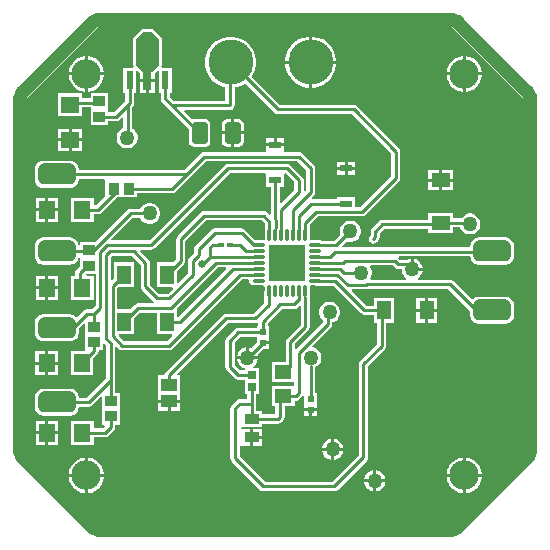
<source format=gtl>
G04*
G04 #@! TF.GenerationSoftware,Altium Limited,Altium Designer,22.2.1 (43)*
G04*
G04 Layer_Physical_Order=1*
G04 Layer_Color=255*
%FSLAX25Y25*%
%MOIN*%
G70*
G04*
G04 #@! TF.SameCoordinates,E3E267CE-3B28-4E7D-86E6-9DA55300F0EE*
G04*
G04*
G04 #@! TF.FilePolarity,Positive*
G04*
G01*
G75*
%ADD14C,0.01000*%
%ADD15C,0.04724*%
%ADD16R,0.02165X0.02165*%
%ADD17R,0.02254X0.02237*%
%ADD18R,0.05709X0.04724*%
%ADD19R,0.02559X0.02559*%
%ADD20R,0.02362X0.06299*%
%ADD21R,0.02756X0.05906*%
%ADD22R,0.03937X0.03543*%
%ADD23R,0.03543X0.03937*%
%ADD24R,0.12402X0.12402*%
%ADD25O,0.01181X0.04528*%
%ADD26O,0.04528X0.01181*%
%ADD27R,0.05512X0.05906*%
%ADD28R,0.01968X0.01772*%
%ADD29R,0.04724X0.06299*%
%ADD30R,0.05906X0.05512*%
G04:AMPARAMS|DCode=31|XSize=70.87mil|YSize=51.18mil|CornerRadius=5.12mil|HoleSize=0mil|Usage=FLASHONLY|Rotation=270.000|XOffset=0mil|YOffset=0mil|HoleType=Round|Shape=RoundedRectangle|*
%AMROUNDEDRECTD31*
21,1,0.07087,0.04095,0,0,270.0*
21,1,0.06063,0.05118,0,0,270.0*
1,1,0.01024,-0.02047,-0.03032*
1,1,0.01024,-0.02047,0.03032*
1,1,0.01024,0.02047,0.03032*
1,1,0.01024,0.02047,-0.03032*
%
%ADD31ROUNDEDRECTD31*%
%ADD32R,0.03937X0.02362*%
%ADD33R,0.06299X0.04724*%
%ADD34R,0.05118X0.03543*%
%ADD35R,0.05315X0.04331*%
G04:AMPARAMS|DCode=60|XSize=125mil|YSize=70mil|CornerRadius=17.5mil|HoleSize=0mil|Usage=FLASHONLY|Rotation=0.000|XOffset=0mil|YOffset=0mil|HoleType=Round|Shape=RoundedRectangle|*
%AMROUNDEDRECTD60*
21,1,0.12500,0.03500,0,0,0.0*
21,1,0.09000,0.07000,0,0,0.0*
1,1,0.03500,0.04500,-0.01750*
1,1,0.03500,-0.04500,-0.01750*
1,1,0.03500,-0.04500,0.01750*
1,1,0.03500,0.04500,0.01750*
%
%ADD60ROUNDEDRECTD60*%
%ADD61C,0.15000*%
%ADD62C,0.05000*%
%ADD63C,0.09843*%
%ADD64C,0.02500*%
%ADD65C,0.02165*%
G36*
X381900Y409400D02*
Y291300D01*
X358300Y267700D01*
X240000D01*
X216400Y291300D01*
Y409200D01*
X240300Y433100D01*
X358200D01*
X381900Y409400D01*
D02*
G37*
%LPC*%
G36*
X311861Y429760D02*
X311524D01*
Y421760D01*
X319524D01*
Y422097D01*
X319197Y423739D01*
X318556Y425286D01*
X317626Y426678D01*
X316442Y427862D01*
X315050Y428792D01*
X313503Y429433D01*
X311861Y429760D01*
D02*
G37*
G36*
X310524D02*
X310186D01*
X308544Y429433D01*
X306997Y428792D01*
X305605Y427862D01*
X304421Y426678D01*
X303491Y425286D01*
X302850Y423739D01*
X302524Y422097D01*
Y421760D01*
X310524D01*
Y429760D01*
D02*
G37*
G36*
X362788Y423244D02*
X362705D01*
Y417823D01*
X368126D01*
Y417906D01*
X367898Y419050D01*
X367452Y420128D01*
X366804Y421097D01*
X365979Y421922D01*
X365009Y422570D01*
X363932Y423017D01*
X362788Y423244D01*
D02*
G37*
G36*
X361705D02*
X361621D01*
X360478Y423017D01*
X359400Y422570D01*
X358430Y421922D01*
X357605Y421097D01*
X356957Y420128D01*
X356511Y419050D01*
X356283Y417906D01*
Y417823D01*
X361705D01*
Y423244D01*
D02*
G37*
G36*
X236804D02*
X236720D01*
Y417823D01*
X242142D01*
Y417906D01*
X241914Y419050D01*
X241468Y420128D01*
X240820Y421097D01*
X239995Y421922D01*
X239025Y422570D01*
X237948Y423017D01*
X236804Y423244D01*
D02*
G37*
G36*
X235720D02*
X235637D01*
X234493Y423017D01*
X233416Y422570D01*
X232446Y421922D01*
X231621Y421097D01*
X230973Y420128D01*
X230527Y419050D01*
X230299Y417906D01*
Y417823D01*
X235720D01*
Y423244D01*
D02*
G37*
G36*
X319524Y420760D02*
X311524D01*
Y412760D01*
X311861D01*
X313503Y413087D01*
X315050Y413727D01*
X316442Y414657D01*
X317626Y415841D01*
X318556Y417234D01*
X319197Y418781D01*
X319524Y420423D01*
Y420760D01*
D02*
G37*
G36*
X310524D02*
X302524D01*
Y420423D01*
X302850Y418781D01*
X303491Y417234D01*
X304421Y415841D01*
X305605Y414657D01*
X306997Y413727D01*
X308544Y413087D01*
X310186Y412760D01*
X310524D01*
Y420760D01*
D02*
G37*
G36*
X368126Y416823D02*
X362705D01*
Y411402D01*
X362788D01*
X363932Y411629D01*
X365009Y412076D01*
X365979Y412723D01*
X366804Y413548D01*
X367452Y414518D01*
X367898Y415596D01*
X368126Y416740D01*
Y416823D01*
D02*
G37*
G36*
X361705D02*
X356283D01*
Y416740D01*
X356511Y415596D01*
X356957Y414518D01*
X357605Y413548D01*
X358430Y412723D01*
X359400Y412076D01*
X360478Y411629D01*
X361621Y411402D01*
X361705D01*
Y416823D01*
D02*
G37*
G36*
X242142D02*
X236720D01*
Y411402D01*
X236804D01*
X237948Y411629D01*
X239025Y412076D01*
X239995Y412723D01*
X240820Y413548D01*
X241468Y414518D01*
X241914Y415596D01*
X242142Y416740D01*
Y416823D01*
D02*
G37*
G36*
X235720D02*
X230299D01*
Y416740D01*
X230527Y415596D01*
X230973Y414518D01*
X231621Y413548D01*
X232446Y412723D01*
X233416Y412076D01*
X234493Y411629D01*
X235637Y411402D01*
X235720D01*
Y416823D01*
D02*
G37*
G36*
X258978Y414507D02*
X257100D01*
Y411054D01*
X258978D01*
Y414507D01*
D02*
G37*
G36*
X256100D02*
X254222D01*
Y411054D01*
X256100D01*
Y414507D01*
D02*
G37*
G36*
X287087Y402211D02*
X285539D01*
Y398138D01*
X288628D01*
Y400669D01*
X288511Y401259D01*
X288177Y401759D01*
X287677Y402093D01*
X287087Y402211D01*
D02*
G37*
G36*
X284539D02*
X282992D01*
X282402Y402093D01*
X281902Y401759D01*
X281568Y401259D01*
X281451Y400669D01*
Y398138D01*
X284539D01*
Y402211D01*
D02*
G37*
G36*
X234753Y399050D02*
X231300D01*
Y395795D01*
X234753D01*
Y399050D01*
D02*
G37*
G36*
X230300D02*
X226847D01*
Y395795D01*
X230300D01*
Y399050D01*
D02*
G37*
G36*
X302181Y395882D02*
X299713D01*
Y394201D01*
X302181D01*
Y395882D01*
D02*
G37*
G36*
X298713D02*
X296244D01*
Y394201D01*
X298713D01*
Y395882D01*
D02*
G37*
G36*
X288628Y397138D02*
X285539D01*
Y393065D01*
X287087D01*
X287677Y393182D01*
X288177Y393516D01*
X288511Y394016D01*
X288628Y394606D01*
Y397138D01*
D02*
G37*
G36*
X284539D02*
X281451D01*
Y394606D01*
X281568Y394016D01*
X281902Y393516D01*
X282402Y393182D01*
X282992Y393065D01*
X284539D01*
Y397138D01*
D02*
G37*
G36*
X234753Y394795D02*
X231300D01*
Y391539D01*
X234753D01*
Y394795D01*
D02*
G37*
G36*
X230300D02*
X226847D01*
Y391539D01*
X230300D01*
Y394795D01*
D02*
G37*
G36*
X325803Y388008D02*
X323335D01*
Y386327D01*
X325803D01*
Y388008D01*
D02*
G37*
G36*
X322335D02*
X319866D01*
Y386327D01*
X322335D01*
Y388008D01*
D02*
G37*
G36*
X325803Y385327D02*
X323335D01*
Y383646D01*
X325803D01*
Y385327D01*
D02*
G37*
G36*
X322335D02*
X319866D01*
Y383646D01*
X322335D01*
Y385327D01*
D02*
G37*
G36*
X358480Y385252D02*
X354831D01*
Y382390D01*
X358480D01*
Y385252D01*
D02*
G37*
G36*
X353831D02*
X350181D01*
Y382390D01*
X353831D01*
Y385252D01*
D02*
G37*
G36*
X358480Y381390D02*
X354831D01*
Y378528D01*
X358480D01*
Y381390D01*
D02*
G37*
G36*
X353831D02*
X350181D01*
Y378528D01*
X353831D01*
Y381390D01*
D02*
G37*
G36*
X257978Y432365D02*
X255222D01*
X254832Y432288D01*
X254501Y432067D01*
X252139Y429704D01*
X251918Y429374D01*
X251840Y428983D01*
Y420322D01*
X251918Y419932D01*
X251970Y419853D01*
X251703Y419353D01*
X248513D01*
Y411054D01*
X249165D01*
Y408218D01*
X248939Y407992D01*
X248908Y407971D01*
X245466Y404529D01*
X243568D01*
Y410931D01*
X237632D01*
Y409229D01*
X234753D01*
Y410861D01*
X226847D01*
Y403350D01*
X234753D01*
Y406171D01*
X237632D01*
Y400269D01*
X243568D01*
Y401471D01*
X246100D01*
X246685Y401587D01*
X247181Y401919D01*
X248009Y402746D01*
X248471Y402554D01*
Y399267D01*
X248449Y399261D01*
X247651Y398801D01*
X246999Y398149D01*
X246538Y397351D01*
X246300Y396461D01*
Y395539D01*
X246538Y394649D01*
X246999Y393851D01*
X247651Y393199D01*
X248449Y392739D01*
X249339Y392500D01*
X250261D01*
X251151Y392739D01*
X251949Y393199D01*
X252601Y393851D01*
X253062Y394649D01*
X253300Y395539D01*
Y396461D01*
X253062Y397351D01*
X252601Y398149D01*
X251949Y398801D01*
X251529Y399043D01*
Y406256D01*
X251776Y406503D01*
X252108Y406999D01*
X252224Y407584D01*
Y411054D01*
X252876D01*
Y418211D01*
X253338Y418402D01*
X254222Y417518D01*
Y415507D01*
X256600D01*
X258978D01*
Y417518D01*
X259862Y418402D01*
X260324Y418211D01*
Y411054D01*
X260976D01*
Y408994D01*
X261092Y408409D01*
X261424Y407913D01*
X263619Y405719D01*
X270427Y398910D01*
Y394606D01*
X270544Y394016D01*
X270879Y393516D01*
X271379Y393182D01*
X271969Y393065D01*
X276063D01*
X276653Y393182D01*
X277153Y393516D01*
X277487Y394016D01*
X277604Y394606D01*
Y400669D01*
X277487Y401259D01*
X277153Y401759D01*
X276653Y402093D01*
X276063Y402211D01*
X271969D01*
X271538Y402125D01*
X268854Y404809D01*
X269046Y405271D01*
X284100D01*
X284685Y405387D01*
X285181Y405719D01*
X285513Y406215D01*
X285629Y406800D01*
Y412798D01*
X286779Y413027D01*
X288326Y413667D01*
X289132Y414206D01*
X298907Y404430D01*
X299403Y404099D01*
X299988Y403982D01*
X324655D01*
X337821Y390816D01*
Y383184D01*
X327501Y372864D01*
X325803D01*
Y376197D01*
X319866D01*
Y375545D01*
X311486D01*
X311279Y376045D01*
X312105Y376871D01*
X312437Y377367D01*
X312553Y377953D01*
Y385827D01*
X312437Y386412D01*
X312105Y386908D01*
X308168Y390845D01*
X307672Y391177D01*
X307087Y391293D01*
X302587D01*
X302181Y391520D01*
X302181Y391793D01*
Y393201D01*
X299213D01*
X296244D01*
Y391793D01*
X296244Y391520D01*
X295838Y391293D01*
X275590D01*
X275005Y391177D01*
X274509Y390845D01*
X269052Y385388D01*
X233652D01*
Y385608D01*
X233557Y386326D01*
X233280Y386995D01*
X232839Y387570D01*
X232265Y388010D01*
X231596Y388287D01*
X230878Y388382D01*
X221878D01*
X221160Y388287D01*
X220491Y388010D01*
X219917Y387570D01*
X219476Y386995D01*
X219199Y386326D01*
X219104Y385608D01*
Y382108D01*
X219199Y381390D01*
X219476Y380721D01*
X219917Y380147D01*
X220491Y379706D01*
X221160Y379429D01*
X221878Y379334D01*
X230878D01*
X231596Y379429D01*
X232265Y379706D01*
X232839Y380147D01*
X233280Y380721D01*
X233557Y381390D01*
X233652Y382108D01*
Y382329D01*
X242109D01*
X242501Y382068D01*
Y376553D01*
X239524Y373577D01*
X238661D01*
Y375953D01*
X231150D01*
Y368047D01*
X238661D01*
Y370518D01*
X240158D01*
X240743Y370634D01*
X241239Y370966D01*
X246405Y376132D01*
X253162D01*
Y377471D01*
X264827D01*
X265412Y377587D01*
X265908Y377919D01*
X270766Y382777D01*
X276224Y388234D01*
X306453D01*
X309494Y385193D01*
Y378586D01*
X309116Y378208D01*
X308616Y378415D01*
Y381890D01*
X308500Y382475D01*
X308168Y382971D01*
X304231Y386908D01*
X303735Y387240D01*
X303150Y387356D01*
X283465D01*
X282879Y387240D01*
X282383Y386908D01*
X257272Y361797D01*
X244783D01*
X244592Y362259D01*
X251603Y369271D01*
X254141D01*
X254499Y368651D01*
X255151Y367999D01*
X255949Y367538D01*
X256839Y367300D01*
X257761D01*
X258651Y367538D01*
X259449Y367999D01*
X260101Y368651D01*
X260561Y369449D01*
X260800Y370339D01*
Y371261D01*
X260561Y372151D01*
X260101Y372949D01*
X259449Y373601D01*
X258651Y374061D01*
X257761Y374300D01*
X256839D01*
X255949Y374061D01*
X255151Y373601D01*
X254499Y372949D01*
X254141Y372329D01*
X250970D01*
X250385Y372213D01*
X249888Y371881D01*
X239238Y361231D01*
X234132D01*
Y360204D01*
X233631Y360171D01*
X233557Y360736D01*
X233280Y361405D01*
X232839Y361979D01*
X232265Y362420D01*
X231596Y362697D01*
X230878Y362791D01*
X221878D01*
X221160Y362697D01*
X220491Y362420D01*
X219917Y361979D01*
X219476Y361405D01*
X219199Y360736D01*
X219104Y360018D01*
Y356518D01*
X219199Y355800D01*
X219476Y355131D01*
X219917Y354556D01*
X220491Y354116D01*
X221160Y353838D01*
X221878Y353744D01*
X230878D01*
X231596Y353838D01*
X232265Y354116D01*
X232839Y354556D01*
X233280Y355131D01*
X233557Y355800D01*
X233631Y356364D01*
X234132Y356332D01*
Y353126D01*
X232919Y351913D01*
X232587Y351417D01*
X232471Y350832D01*
Y349953D01*
X231150D01*
Y342047D01*
X238661D01*
Y349953D01*
X236467D01*
X236199Y350453D01*
X236277Y350569D01*
X239371D01*
Y340034D01*
X238166Y338829D01*
X236300D01*
X235715Y338713D01*
X235219Y338381D01*
X233202Y336365D01*
X232839Y336388D01*
X232265Y336829D01*
X231596Y337106D01*
X230878Y337201D01*
X221878D01*
X221160Y337106D01*
X220491Y336829D01*
X219917Y336388D01*
X219476Y335814D01*
X219199Y335145D01*
X219104Y334427D01*
Y330927D01*
X219199Y330209D01*
X219476Y329540D01*
X219917Y328966D01*
X220491Y328525D01*
X221160Y328248D01*
X221878Y328153D01*
X230878D01*
X231596Y328248D01*
X232265Y328525D01*
X232839Y328966D01*
X233280Y329540D01*
X233557Y330209D01*
X233652Y330927D01*
Y332489D01*
X235370Y334207D01*
X235831Y334015D01*
Y330287D01*
Y325169D01*
X235463Y324853D01*
X231050D01*
Y316947D01*
X238561D01*
Y322493D01*
X239881Y323813D01*
X240213Y324309D01*
X240329Y324894D01*
Y325169D01*
X241769D01*
Y327336D01*
X242268Y327543D01*
X242771Y327041D01*
Y315800D01*
X236400Y309429D01*
X233674D01*
Y309650D01*
X233579Y310368D01*
X233302Y311037D01*
X232861Y311611D01*
X232287Y312052D01*
X231618Y312329D01*
X230900Y312424D01*
X221900D01*
X221182Y312329D01*
X220513Y312052D01*
X219939Y311611D01*
X219498Y311037D01*
X219221Y310368D01*
X219126Y309650D01*
Y306150D01*
X219221Y305432D01*
X219498Y304763D01*
X219939Y304189D01*
X220513Y303748D01*
X221182Y303471D01*
X221900Y303376D01*
X230900D01*
X231618Y303471D01*
X232287Y303748D01*
X232861Y304189D01*
X233302Y304763D01*
X233579Y305432D01*
X233674Y306150D01*
Y306371D01*
X237034D01*
X237619Y306487D01*
X238115Y306819D01*
X240970Y309673D01*
X241431Y309482D01*
Y305487D01*
Y300369D01*
X242199D01*
X242406Y299869D01*
X241767Y299229D01*
X238661D01*
Y301653D01*
X231150D01*
Y293747D01*
X238661D01*
Y296171D01*
X242400D01*
X242985Y296287D01*
X243481Y296619D01*
X245481Y298619D01*
X245813Y299115D01*
X245929Y299700D01*
Y300369D01*
X247369D01*
Y305487D01*
Y311031D01*
X245829D01*
Y326158D01*
X246291Y326349D01*
X246950Y325690D01*
X247446Y325359D01*
X248031Y325242D01*
X263779D01*
X264365Y325359D01*
X264861Y325690D01*
X288035Y348864D01*
X290099D01*
X290416Y348478D01*
X290406Y348425D01*
X290529Y347805D01*
X290881Y347278D01*
X291407Y346927D01*
X292028Y346803D01*
X295162D01*
X295461Y346642D01*
X295622Y346343D01*
Y345031D01*
X295593Y344882D01*
Y341063D01*
X291959Y337429D01*
X282800D01*
X282215Y337313D01*
X281719Y336981D01*
X262698Y317961D01*
X262367Y317465D01*
X262263Y316945D01*
X260122D01*
Y310614D01*
Y308768D01*
X263779D01*
X267437D01*
Y310614D01*
Y316945D01*
X266661D01*
X266470Y317407D01*
X283434Y334371D01*
X292593D01*
X293071Y334466D01*
X293500Y334232D01*
X293571Y334148D01*
Y333299D01*
X292973D01*
Y332710D01*
X286880D01*
X286295Y332593D01*
X285799Y332261D01*
X283019Y329481D01*
X282687Y328985D01*
X282571Y328400D01*
Y319600D01*
X282687Y319015D01*
X283019Y318519D01*
X285689Y315848D01*
X286186Y315516D01*
X286771Y315400D01*
X289059D01*
Y310713D01*
X289809D01*
Y308949D01*
X287419D01*
X286834Y308832D01*
X286338Y308501D01*
X284719Y306881D01*
X284387Y306385D01*
X284271Y305800D01*
Y289200D01*
X284387Y288615D01*
X284719Y288119D01*
X294069Y278769D01*
X294565Y278437D01*
X295150Y278321D01*
X318898D01*
X319483Y278437D01*
X319979Y278769D01*
X329660Y288450D01*
X329992Y288946D01*
X330108Y289531D01*
Y320071D01*
X335727Y325690D01*
X336059Y326186D01*
X336175Y326772D01*
Y334433D01*
X338795D01*
Y342732D01*
X332071D01*
Y340112D01*
X329509D01*
X324613Y345009D01*
X324804Y345471D01*
X329557D01*
X330142Y345587D01*
X330286Y345683D01*
X356879D01*
X364194Y338368D01*
Y336833D01*
X364288Y336115D01*
X364566Y335446D01*
X365006Y334871D01*
X365581Y334431D01*
X366250Y334154D01*
X366968Y334059D01*
X375968D01*
X376686Y334154D01*
X377355Y334431D01*
X377929Y334871D01*
X378370Y335446D01*
X378647Y336115D01*
X378741Y336833D01*
Y340333D01*
X378647Y341051D01*
X378370Y341720D01*
X377929Y342294D01*
X377355Y342735D01*
X376686Y343012D01*
X375968Y343106D01*
X366968D01*
X366250Y343012D01*
X365581Y342735D01*
X365006Y342294D01*
X364619Y342269D01*
X358594Y348294D01*
X358098Y348625D01*
X357512Y348742D01*
X346810D01*
X346676Y349242D01*
X346949Y349399D01*
X347601Y350051D01*
X348061Y350849D01*
X348289Y351700D01*
X344800D01*
Y352200D01*
X344300D01*
Y355690D01*
X343449Y355462D01*
X343215Y355326D01*
X343200Y355329D01*
X340833D01*
X340192Y355971D01*
X340329Y356408D01*
X340377Y356471D01*
X364200D01*
X364288Y355800D01*
X364566Y355131D01*
X365006Y354556D01*
X365581Y354116D01*
X366250Y353838D01*
X366968Y353744D01*
X375968D01*
X376686Y353838D01*
X377355Y354116D01*
X377929Y354556D01*
X378370Y355131D01*
X378647Y355800D01*
X378741Y356518D01*
Y360018D01*
X378647Y360736D01*
X378370Y361405D01*
X377929Y361979D01*
X377355Y362420D01*
X376686Y362697D01*
X375968Y362791D01*
X366968D01*
X366250Y362697D01*
X365581Y362420D01*
X365006Y361979D01*
X364566Y361405D01*
X364288Y360736D01*
X364194Y360018D01*
Y359529D01*
X321646D01*
X321454Y359991D01*
X323048Y361585D01*
X323739Y361400D01*
X324661D01*
X325551Y361638D01*
X326349Y362099D01*
X327001Y362751D01*
X327462Y363549D01*
X327700Y364439D01*
Y365361D01*
X327462Y366251D01*
X327001Y367049D01*
X326349Y367701D01*
X325551Y368162D01*
X324661Y368400D01*
X323739D01*
X322849Y368162D01*
X322051Y367701D01*
X321399Y367049D01*
X320938Y366251D01*
X320700Y365361D01*
Y364439D01*
X320885Y363748D01*
X318903Y361766D01*
X314736D01*
X314272Y361858D01*
X311137D01*
X310838Y362019D01*
X310677Y362318D01*
Y365453D01*
X310627Y365702D01*
X310707Y366100D01*
Y367044D01*
X313468Y369805D01*
X328135D01*
X328720Y369922D01*
X329216Y370253D01*
X340431Y381469D01*
X340763Y381965D01*
X340879Y382550D01*
Y391450D01*
X340763Y392035D01*
X340431Y392531D01*
X326370Y406593D01*
X325873Y406925D01*
X325288Y407041D01*
X300622D01*
X291295Y416368D01*
X291833Y417174D01*
X292473Y418721D01*
X292800Y420363D01*
Y422037D01*
X292473Y423679D01*
X291833Y425226D01*
X290902Y426618D01*
X289718Y427802D01*
X288326Y428733D01*
X286779Y429373D01*
X285137Y429700D01*
X283463D01*
X281821Y429373D01*
X280274Y428733D01*
X278882Y427802D01*
X277698Y426618D01*
X276767Y425226D01*
X276127Y423679D01*
X275800Y422037D01*
Y420363D01*
X276127Y418721D01*
X276767Y417174D01*
X277698Y415782D01*
X278882Y414598D01*
X280274Y413667D01*
X281821Y413027D01*
X282571Y412878D01*
Y408329D01*
X265334D01*
X264035Y409628D01*
Y411054D01*
X264687D01*
Y419353D01*
X261497D01*
X261230Y419853D01*
X261282Y419932D01*
X261360Y420322D01*
Y428983D01*
X261282Y429374D01*
X261061Y429704D01*
X258699Y432067D01*
X258368Y432288D01*
X257978Y432365D01*
D02*
G37*
G36*
X226850Y375953D02*
X223594D01*
Y372500D01*
X226850D01*
Y375953D01*
D02*
G37*
G36*
X222594D02*
X219339D01*
Y372500D01*
X222594D01*
Y375953D01*
D02*
G37*
G36*
X226850Y371500D02*
X223594D01*
Y368047D01*
X226850D01*
Y371500D01*
D02*
G37*
G36*
X222594D02*
X219339D01*
Y368047D01*
X222594D01*
Y371500D01*
D02*
G37*
G36*
X358480Y371079D02*
X350181D01*
Y368729D01*
X334900D01*
X334315Y368613D01*
X333819Y368281D01*
X331968Y366431D01*
X331915Y366420D01*
X331419Y366089D01*
X331087Y365593D01*
X330971Y365007D01*
Y363448D01*
X330808Y363286D01*
X330477Y362790D01*
X330360Y362205D01*
X330477Y361619D01*
X330808Y361123D01*
X331305Y360792D01*
X331890Y360675D01*
X332475Y360792D01*
X332971Y361123D01*
X333581Y361734D01*
X333913Y362230D01*
X334029Y362815D01*
Y364166D01*
X335533Y365671D01*
X350181D01*
Y364354D01*
X358480D01*
Y366187D01*
X360775D01*
X360839Y365949D01*
X361299Y365151D01*
X361951Y364499D01*
X362749Y364038D01*
X363639Y363800D01*
X364561D01*
X365451Y364038D01*
X366249Y364499D01*
X366901Y365151D01*
X367361Y365949D01*
X367600Y366839D01*
Y367761D01*
X367361Y368651D01*
X366901Y369449D01*
X366249Y370101D01*
X365451Y370562D01*
X364561Y370800D01*
X363639D01*
X362749Y370562D01*
X361951Y370101D01*
X361299Y369449D01*
X361182Y369246D01*
X358480D01*
Y371079D01*
D02*
G37*
G36*
X345300Y355690D02*
Y352700D01*
X348289D01*
X348061Y353551D01*
X347601Y354349D01*
X346949Y355001D01*
X346151Y355462D01*
X345300Y355690D01*
D02*
G37*
G36*
X226850Y349953D02*
X223594D01*
Y346500D01*
X226850D01*
Y349953D01*
D02*
G37*
G36*
X222594D02*
X219339D01*
Y346500D01*
X222594D01*
Y349953D01*
D02*
G37*
G36*
X226850Y345500D02*
X223594D01*
Y342047D01*
X226850D01*
Y345500D01*
D02*
G37*
G36*
X222594D02*
X219339D01*
Y342047D01*
X222594D01*
Y345500D01*
D02*
G37*
G36*
X352969Y342732D02*
X350106D01*
Y339083D01*
X352969D01*
Y342732D01*
D02*
G37*
G36*
X349106D02*
X346244D01*
Y339083D01*
X349106D01*
Y342732D01*
D02*
G37*
G36*
X352969Y338083D02*
X350106D01*
Y334433D01*
X352969D01*
Y338083D01*
D02*
G37*
G36*
X349106D02*
X346244D01*
Y334433D01*
X349106D01*
Y338083D01*
D02*
G37*
G36*
X226750Y324853D02*
X223495D01*
Y321400D01*
X226750D01*
Y324853D01*
D02*
G37*
G36*
X222495D02*
X219239D01*
Y321400D01*
X222495D01*
Y324853D01*
D02*
G37*
G36*
X226750Y320400D02*
X223495D01*
Y316947D01*
X226750D01*
Y320400D01*
D02*
G37*
G36*
X222495D02*
X219239D01*
Y316947D01*
X222495D01*
Y320400D01*
D02*
G37*
G36*
X267437Y307768D02*
X264280D01*
Y305102D01*
X267437D01*
Y307768D01*
D02*
G37*
G36*
X263280D02*
X260122D01*
Y305102D01*
X263280D01*
Y307768D01*
D02*
G37*
G36*
X226850Y301653D02*
X223594D01*
Y298200D01*
X226850D01*
Y301653D01*
D02*
G37*
G36*
X222594D02*
X219339D01*
Y298200D01*
X222594D01*
Y301653D01*
D02*
G37*
G36*
X226850Y297200D02*
X223594D01*
Y293747D01*
X226850D01*
Y297200D01*
D02*
G37*
G36*
X222594D02*
X219339D01*
Y293747D01*
X222594D01*
Y297200D01*
D02*
G37*
G36*
X362788Y289386D02*
X362705D01*
Y283965D01*
X368126D01*
Y284048D01*
X367898Y285192D01*
X367452Y286269D01*
X366804Y287239D01*
X365979Y288064D01*
X365009Y288712D01*
X363932Y289158D01*
X362788Y289386D01*
D02*
G37*
G36*
X361705D02*
X361621D01*
X360478Y289158D01*
X359400Y288712D01*
X358430Y288064D01*
X357605Y287239D01*
X356957Y286269D01*
X356511Y285192D01*
X356283Y284048D01*
Y283965D01*
X361705D01*
Y289386D01*
D02*
G37*
G36*
X236804D02*
X236720D01*
Y283965D01*
X242142D01*
Y284048D01*
X241914Y285192D01*
X241468Y286269D01*
X240820Y287239D01*
X239995Y288064D01*
X239025Y288712D01*
X237948Y289158D01*
X236804Y289386D01*
D02*
G37*
G36*
X235720D02*
X235637D01*
X234493Y289158D01*
X233416Y288712D01*
X232446Y288064D01*
X231621Y287239D01*
X230973Y286269D01*
X230527Y285192D01*
X230299Y284048D01*
Y283965D01*
X235720D01*
Y289386D01*
D02*
G37*
G36*
X332900Y285190D02*
Y282200D01*
X335890D01*
X335662Y283051D01*
X335201Y283849D01*
X334549Y284501D01*
X333751Y284962D01*
X332900Y285190D01*
D02*
G37*
G36*
X331900D02*
X331049Y284962D01*
X330251Y284501D01*
X329599Y283849D01*
X329138Y283051D01*
X328910Y282200D01*
X331900D01*
Y285190D01*
D02*
G37*
G36*
X335890Y281200D02*
X332900D01*
Y278210D01*
X333751Y278438D01*
X334549Y278899D01*
X335201Y279551D01*
X335662Y280349D01*
X335890Y281200D01*
D02*
G37*
G36*
X331900D02*
X328910D01*
X329138Y280349D01*
X329599Y279551D01*
X330251Y278899D01*
X331049Y278438D01*
X331900Y278210D01*
Y281200D01*
D02*
G37*
G36*
X368126Y282965D02*
X362705D01*
Y277543D01*
X362788D01*
X363932Y277771D01*
X365009Y278217D01*
X365979Y278865D01*
X366804Y279690D01*
X367452Y280660D01*
X367898Y281737D01*
X368126Y282881D01*
Y282965D01*
D02*
G37*
G36*
X361705D02*
X356283D01*
Y282881D01*
X356511Y281737D01*
X356957Y280660D01*
X357605Y279690D01*
X358430Y278865D01*
X359400Y278217D01*
X360478Y277771D01*
X361621Y277543D01*
X361705D01*
Y282965D01*
D02*
G37*
G36*
X242142D02*
X236720D01*
Y277543D01*
X236804D01*
X237948Y277771D01*
X239025Y278217D01*
X239995Y278865D01*
X240820Y279690D01*
X241468Y280660D01*
X241914Y281737D01*
X242142Y282881D01*
Y282965D01*
D02*
G37*
G36*
X235720D02*
X230299D01*
Y282881D01*
X230527Y281737D01*
X230973Y280660D01*
X231621Y279690D01*
X232446Y278865D01*
X233416Y278217D01*
X234493Y277771D01*
X235637Y277543D01*
X235720D01*
Y282965D01*
D02*
G37*
%LPD*%
G36*
X260340Y428983D02*
Y420322D01*
X257978Y417960D01*
X255222D01*
X252860Y420322D01*
Y428983D01*
X255222Y431346D01*
X257978D01*
X260340Y428983D01*
D02*
G37*
G36*
X305557Y381256D02*
Y378586D01*
X301204Y374233D01*
X300742Y374424D01*
Y379709D01*
X302181D01*
Y383925D01*
X302638Y384176D01*
X305557Y381256D01*
D02*
G37*
G36*
X296244Y384071D02*
Y379709D01*
X297683D01*
Y370487D01*
X297221Y370296D01*
X296357Y371160D01*
X295861Y371492D01*
X295276Y371608D01*
X275590D01*
X275005Y371492D01*
X274509Y371160D01*
X270572Y367223D01*
X270572Y367223D01*
X266624Y363276D01*
X266293Y362779D01*
X266177Y362194D01*
Y355741D01*
X264979Y354543D01*
X259630D01*
Y346244D01*
X264828D01*
X265019Y345782D01*
X263286Y344049D01*
X260476D01*
X257435Y347090D01*
Y354331D01*
X257318Y354916D01*
X256987Y355412D01*
X254123Y358276D01*
X254314Y358738D01*
X257906D01*
X258491Y358855D01*
X258987Y359186D01*
X284098Y384297D01*
X295838D01*
X296244Y384071D01*
D02*
G37*
G36*
X295715Y367477D02*
Y365917D01*
X295622Y365453D01*
Y362318D01*
X295461Y362019D01*
X295162Y361858D01*
X292605D01*
X289081Y365381D01*
X288585Y365713D01*
X288000Y365829D01*
X279000D01*
X278415Y365713D01*
X277919Y365381D01*
X272572Y360035D01*
X272241Y359539D01*
X272124Y358953D01*
Y357476D01*
X270572Y355924D01*
X270241Y355428D01*
X270124Y354843D01*
Y350887D01*
X266816Y347579D01*
X266354Y347771D01*
Y351593D01*
X268787Y354026D01*
X269119Y354522D01*
X269235Y355107D01*
Y361561D01*
X272735Y365060D01*
X272735Y365060D01*
X276224Y368549D01*
X294642D01*
X295715Y367477D01*
D02*
G37*
G36*
X339119Y352719D02*
X339615Y352387D01*
X340200Y352271D01*
X341300D01*
Y351739D01*
X341539Y350849D01*
X341999Y350051D01*
X342651Y349399D01*
X342924Y349242D01*
X342790Y348742D01*
X331215D01*
X330926Y349242D01*
X331161Y349649D01*
X331400Y350539D01*
Y351461D01*
X331161Y352351D01*
X330804Y352971D01*
X331041Y353471D01*
X338367D01*
X339119Y352719D01*
D02*
G37*
G36*
X254376Y353697D02*
Y346457D01*
X254492Y345871D01*
X254824Y345375D01*
X258761Y341438D01*
X258931Y341325D01*
X258779Y340825D01*
X253468D01*
X252883Y340708D01*
X252387Y340377D01*
X250806Y338795D01*
X246486D01*
Y345898D01*
X246832Y346244D01*
X252181D01*
Y354543D01*
X245457D01*
Y349194D01*
X244891Y348629D01*
X244429Y348820D01*
Y356440D01*
X244728Y356738D01*
X251335D01*
X254376Y353697D01*
D02*
G37*
G36*
X282854Y352339D02*
X266854Y336340D01*
X266354Y336547D01*
Y338795D01*
X266354Y338795D01*
X266354D01*
X266567Y339207D01*
X280161Y352801D01*
X282662D01*
X282854Y352339D01*
D02*
G37*
G36*
X259630Y330496D02*
X264688D01*
X264879Y330034D01*
X263146Y328301D01*
X248665D01*
X246970Y329996D01*
X247177Y330496D01*
X252181D01*
Y335845D01*
X254102Y337766D01*
X259630D01*
Y330496D01*
D02*
G37*
G36*
X307648Y339845D02*
Y333511D01*
X303073Y328936D01*
X302741Y328440D01*
X302625Y327854D01*
Y321299D01*
X297946D01*
Y314575D01*
X305571D01*
Y313425D01*
X297946D01*
Y306701D01*
X299271D01*
Y303793D01*
X294898D01*
Y305035D01*
X292868D01*
Y307400D01*
X292864Y307419D01*
X292868Y307439D01*
Y310713D01*
X293618D01*
Y314650D01*
Y319209D01*
X291853D01*
X291719Y319709D01*
X292049Y319899D01*
X292701Y320551D01*
X293162Y321349D01*
X293390Y322200D01*
X286410D01*
X286638Y321349D01*
X287099Y320551D01*
X287751Y319899D01*
X288549Y319439D01*
X288627Y319418D01*
X289059Y319209D01*
X289059D01*
X289059Y319209D01*
Y318459D01*
X287404D01*
X285629Y320233D01*
Y327766D01*
X287514Y329651D01*
X292973D01*
Y327664D01*
X291263Y325954D01*
X291251Y325961D01*
X290400Y326189D01*
Y323200D01*
X293390D01*
X293272Y323638D01*
X295136Y325501D01*
X297227D01*
Y327120D01*
X295100D01*
Y328120D01*
X297227D01*
Y329062D01*
Y333299D01*
X296629D01*
Y334067D01*
X301534Y338971D01*
X305487D01*
X306072Y339087D01*
X306568Y339419D01*
X307186Y340036D01*
X307648Y339845D01*
D02*
G37*
G36*
X312598Y346774D02*
X318522D01*
X327795Y337501D01*
X328291Y337170D01*
X328876Y337053D01*
X332071D01*
Y334433D01*
X333116D01*
Y327405D01*
X327498Y321786D01*
X327166Y321290D01*
X327049Y320705D01*
Y290165D01*
X318264Y281379D01*
X295783D01*
X287329Y289833D01*
Y293269D01*
X287779Y293390D01*
X287829Y293390D01*
X290839D01*
Y296161D01*
Y298933D01*
X287829D01*
X287779Y298933D01*
X287702Y298954D01*
Y299024D01*
X288193Y299492D01*
X294898D01*
Y300734D01*
X300214D01*
X300799Y300851D01*
X301296Y301182D01*
X301881Y301768D01*
X302213Y302264D01*
X302329Y302850D01*
Y306701D01*
X305654D01*
Y308271D01*
X306000D01*
X306585Y308387D01*
X307081Y308719D01*
X308181Y309819D01*
X308417Y310172D01*
X308917Y310020D01*
Y306889D01*
Y305928D01*
X313083D01*
Y306889D01*
Y311054D01*
X312529D01*
Y319297D01*
X312571Y319508D01*
X313249Y319899D01*
X313901Y320551D01*
X314362Y321349D01*
X314600Y322239D01*
Y323161D01*
X314362Y324051D01*
X313901Y324849D01*
X313249Y325501D01*
X312451Y325961D01*
X311760Y326147D01*
X311574Y326668D01*
X317725Y332819D01*
X318056Y333315D01*
X318173Y333900D01*
Y334510D01*
X318651Y334639D01*
X319449Y335099D01*
X320101Y335751D01*
X320562Y336549D01*
X320800Y337439D01*
Y338361D01*
X320562Y339251D01*
X320101Y340049D01*
X319449Y340701D01*
X318651Y341161D01*
X317761Y341400D01*
X316839D01*
X315949Y341161D01*
X315151Y340701D01*
X314499Y340049D01*
X314038Y339251D01*
X313800Y338361D01*
Y337439D01*
X314038Y336549D01*
X314499Y335751D01*
X315114Y335137D01*
Y334534D01*
X306184Y325604D01*
X305684Y325811D01*
Y327221D01*
X310259Y331796D01*
X310590Y332292D01*
X310707Y332877D01*
Y343000D01*
X310671Y343179D01*
X310677Y343209D01*
Y346343D01*
X310838Y346642D01*
X311137Y346803D01*
X312449D01*
X312598Y346774D01*
D02*
G37*
%LPC*%
G36*
X289400Y326189D02*
X288549Y325961D01*
X287751Y325501D01*
X287099Y324849D01*
X286638Y324051D01*
X286410Y323200D01*
X289400D01*
Y326189D01*
D02*
G37*
G36*
X313083Y304928D02*
X311500D01*
Y303346D01*
X313083D01*
Y304928D01*
D02*
G37*
G36*
X310500D02*
X308917D01*
Y303346D01*
X310500D01*
Y304928D01*
D02*
G37*
G36*
X291839Y298933D02*
Y296661D01*
X294898D01*
Y298933D01*
X291839D01*
D02*
G37*
G36*
X294898Y295661D02*
X291839D01*
Y293390D01*
X294898D01*
Y295661D01*
D02*
G37*
G36*
X318900Y295690D02*
Y292700D01*
X321889D01*
X321661Y293551D01*
X321201Y294349D01*
X320549Y295001D01*
X319751Y295462D01*
X318900Y295690D01*
D02*
G37*
G36*
X317900D02*
X317049Y295462D01*
X316251Y295001D01*
X315599Y294349D01*
X315139Y293551D01*
X314911Y292700D01*
X317900D01*
Y295690D01*
D02*
G37*
G36*
X321889Y291700D02*
X318900D01*
Y288710D01*
X319751Y288938D01*
X320549Y289399D01*
X321201Y290051D01*
X321661Y290849D01*
X321889Y291700D01*
D02*
G37*
G36*
X317900D02*
X314911D01*
X315139Y290849D01*
X315599Y290051D01*
X316251Y289399D01*
X317049Y288938D01*
X317900Y288710D01*
Y291700D01*
D02*
G37*
%LPD*%
D14*
X305487Y340500D02*
X307087Y342100D01*
Y344882D01*
X305366Y340500D02*
X307087Y342221D01*
X305366Y340500D02*
X305487D01*
X300900D02*
X305366D01*
X307087Y342221D02*
Y342221D01*
X295100Y334700D02*
X300900Y340500D01*
X295100Y331180D02*
Y334700D01*
X284100Y328400D02*
X286880Y331180D01*
X295100D01*
X284100Y319600D02*
Y328400D01*
Y319600D02*
X286771Y316929D01*
X291339D01*
X304154Y327854D02*
X309177Y332877D01*
Y343000D01*
X304154Y319799D02*
Y327854D01*
X301800Y317937D02*
X302292D01*
X304154Y319799D01*
X244400Y299700D02*
Y303141D01*
X242400Y297700D02*
X244400Y299700D01*
X236221Y297700D02*
X242400D01*
X244400Y303141D02*
Y303731D01*
X238800Y324894D02*
Y328532D01*
X234805Y320900D02*
X238800Y324894D01*
X234000Y350832D02*
X237100Y353931D01*
X234000Y346189D02*
Y350832D01*
X233811Y346000D02*
X234000Y346189D01*
X234252Y372047D02*
X240158D01*
X246063Y377953D01*
X245863Y378153D02*
X246063Y377953D01*
X245863Y378153D02*
Y379100D01*
X230800Y407105D02*
X231395Y407700D01*
X240469D01*
X240600Y407569D01*
X309177Y364200D02*
Y367677D01*
X312835Y371335D01*
X328135D01*
X339350Y382550D01*
Y391450D01*
X299988Y405512D02*
X325288D01*
X339350Y391450D01*
X264700Y406800D02*
X284100D01*
X264700D02*
X273862Y397638D01*
X284100Y406800D02*
Y419500D01*
X262506Y408994D02*
X264700Y406800D01*
X262506Y408994D02*
Y415204D01*
X284300Y421200D02*
X299988Y405512D01*
X262992Y350394D02*
X267706Y355107D01*
Y362194D01*
X271654Y366142D01*
X271654D01*
X273862Y397638D02*
X274016D01*
X297244Y363779D02*
Y368110D01*
X295276Y370079D02*
X297244Y368110D01*
X275590Y370079D02*
X295276D01*
X271654Y366142D02*
X275590Y370079D01*
X300800Y302850D02*
Y309063D01*
X300214Y302264D02*
X300800Y302850D01*
X291339Y302264D02*
X300214D01*
X300800Y309063D02*
X301800Y310063D01*
X302063Y309800D01*
X306000D01*
X316643Y337243D02*
X317300Y337900D01*
X316643Y333900D02*
Y337243D01*
X307100Y324357D02*
X316643Y333900D01*
X307100Y310900D02*
Y324357D01*
X306000Y309800D02*
X307100Y310900D01*
X318898Y279850D02*
X328579Y289531D01*
Y320705D01*
X295150Y279850D02*
X318898D01*
X285800Y289200D02*
X295150Y279850D01*
X328579Y320705D02*
X334646Y326772D01*
X353666Y367200D02*
X353740Y367126D01*
X334646Y326772D02*
Y338583D01*
X312598Y348303D02*
X319156D01*
X240600Y403631D02*
X241231Y403000D01*
X246100D02*
X249990Y406890D01*
X241231Y403000D02*
X246100D01*
X249990Y406890D02*
X250000D01*
X250694Y407584D01*
Y415204D01*
X250000Y396200D02*
Y406890D01*
X328876Y338583D02*
X334646D01*
X285800Y305800D02*
X287419Y307419D01*
X285800Y289200D02*
Y305800D01*
X291339Y307439D02*
Y312402D01*
X291319Y307419D02*
X291339Y307439D01*
Y302264D02*
Y307400D01*
X291319Y307419D02*
X291339Y307400D01*
X287419Y307419D02*
X291319D01*
X319156Y348303D02*
X328876Y338583D01*
X363684Y367717D02*
X364100Y367300D01*
X354331Y367717D02*
X363684D01*
X249800Y396000D02*
X250000Y396200D01*
X331890Y362205D02*
X332500Y362815D01*
Y365007D01*
X334900Y367200D02*
X353666D01*
X332708Y365007D02*
X334900Y367200D01*
X332500Y365007D02*
X332708D01*
X319893Y350394D02*
X323287Y347000D01*
X329557D01*
X329769Y347212D02*
X357512D01*
X329557Y347000D02*
X329769Y347212D01*
X312598Y350394D02*
X319893D01*
X357512Y347212D02*
X366142Y338583D01*
X374016D01*
X311000Y319700D02*
X311100Y319800D01*
X311000Y308873D02*
Y319700D01*
X320690Y352362D02*
X320722Y352394D01*
X312598Y352362D02*
X320690D01*
X320722Y352394D02*
X322115Y351000D01*
X327900D01*
X299213Y368800D02*
Y381890D01*
Y368800D02*
X299500Y368513D01*
Y366000D02*
Y368513D01*
X299213Y365713D02*
X299500Y366000D01*
X299213Y363779D02*
Y365713D01*
X307087Y370079D02*
X311024Y374016D01*
X322835D01*
X307087Y363779D02*
Y370079D01*
X307087Y370079D02*
X307087Y370079D01*
X292593Y335900D02*
X297122Y340429D01*
X282800Y335900D02*
X292593D01*
X297122Y340429D02*
Y344882D01*
X263779Y316880D02*
X282800Y335900D01*
X263779Y313779D02*
Y316880D01*
X244957Y329847D02*
X248031Y326772D01*
X244957Y329847D02*
Y346532D01*
X248819Y350394D01*
X248031Y326772D02*
X263779D01*
X287402Y350394D01*
X293701D01*
X264492Y339295D02*
X279528Y354331D01*
X253468Y339295D02*
X264492D01*
X279528Y354331D02*
X293701D01*
X248819Y334646D02*
X253468Y339295D01*
X287598Y352362D02*
X293701D01*
X285008Y352331D02*
X287598D01*
X267323Y334646D02*
X285008Y352331D01*
X262992Y334646D02*
X267323D01*
X311300Y363600D02*
X311400Y363700D01*
X289900Y322700D02*
X290172D01*
X295092Y327620D02*
X295100D01*
X290172Y322700D02*
X295092Y327620D01*
X230600Y394800D02*
X230800Y395000D01*
Y395294D01*
X278300Y360300D02*
X281024D01*
X277500Y356362D02*
X277563Y356299D01*
X277500Y356362D02*
Y359500D01*
X278300Y360300D01*
X274700Y354000D02*
X275264D01*
X277563Y356299D01*
X293701D01*
X343200Y353800D02*
X344800Y352200D01*
X340200Y353800D02*
X343200D01*
X339000Y355000D02*
X340200Y353800D01*
X322500Y355000D02*
X339000D01*
X321831Y354331D02*
X322500Y355000D01*
X312598Y354331D02*
X321831D01*
X289532Y358268D02*
X293701D01*
X283976Y360300D02*
X287500D01*
X289532Y358268D01*
X373748Y358000D02*
X374016Y358268D01*
X319001Y358000D02*
X373748D01*
X312598Y356299D02*
X317300D01*
X319001Y358000D01*
X226400Y307900D02*
X237034D01*
X225267D02*
X226400D01*
X244300Y307769D02*
Y327675D01*
X225267Y307900D02*
X226400Y309033D01*
X237034Y307900D02*
X244094Y314961D01*
X242900Y329075D02*
X244300Y327675D01*
Y307769D02*
X244400Y307668D01*
X242900Y329075D02*
Y357073D01*
X244094Y358268D01*
X226400Y307900D02*
Y309033D01*
X273654Y356843D02*
Y358953D01*
X279000Y364300D01*
X288000D01*
X271654Y350254D02*
Y354843D01*
X263920Y342520D02*
X271654Y350254D01*
X259842Y342520D02*
X263920D01*
X271654Y354843D02*
X273654Y356843D01*
X288000Y364300D02*
X292064Y360236D01*
X293701D01*
X255906Y346457D02*
Y354331D01*
X244094Y358268D02*
X251969D01*
Y358268D02*
X255906Y354331D01*
X251969Y358268D02*
Y358268D01*
X255906Y346457D02*
X259842Y342520D01*
X236300Y337300D02*
X238800D01*
X231677Y332677D02*
X236300Y337300D01*
X226378Y332677D02*
X231677D01*
X238800Y333059D02*
Y337300D01*
X240900Y339400D01*
Y357902D01*
X243266Y360268D01*
X257906D01*
X283465Y385827D02*
X303150D01*
X307087Y377953D02*
Y381890D01*
X303150Y385827D02*
X307087Y381890D01*
X257906Y360268D02*
X283465Y385827D01*
X301181Y372047D02*
X307087Y377953D01*
X301181Y363779D02*
Y372047D01*
X237100Y357869D02*
X238094D01*
X236701Y358268D02*
X237100Y357869D01*
X250970Y370800D02*
X257300D01*
X238094Y357925D02*
X250970Y370800D01*
X238094Y357869D02*
Y357925D01*
X226378Y358268D02*
X236701D01*
X226378D02*
X231200Y360300D01*
X319536Y360236D02*
X324200Y364900D01*
X312598Y360236D02*
X319536D01*
X305087Y372016D02*
X311024Y377953D01*
X305087Y372016D02*
X305118Y371984D01*
X311024Y377953D02*
Y385827D01*
X249800Y379100D02*
X249900Y379000D01*
X305118Y363779D02*
Y371984D01*
X249900Y379000D02*
X264827D01*
X269685Y383858D01*
X275590Y389764D01*
X226378Y383858D02*
X269685D01*
X275590Y389764D02*
X307087D01*
X311024Y385827D01*
D15*
X384252Y409449D02*
G03*
X383560Y411119I-2362J0D01*
G01*
X384252Y409449D02*
G03*
X383560Y411119I-2362J0D01*
G01*
X359938Y434741D02*
G03*
X358268Y435433I-1670J-1670D01*
G01*
X359938Y434741D02*
G03*
X358268Y435433I-1670J-1670D01*
G01*
X383560Y289668D02*
G03*
X384252Y291339I-1670J1670D01*
G01*
X383560Y289668D02*
G03*
X384252Y291339I-1670J1670D01*
G01*
X358268Y265354D02*
G03*
X359938Y266046I0J2362D01*
G01*
X358268Y265354D02*
G03*
X359938Y266046I0J2362D01*
G01*
X240158Y435433D02*
G03*
X238487Y434741I0J-2362D01*
G01*
X240158Y435433D02*
G03*
X238487Y434741I0J-2362D01*
G01*
X214865Y411119D02*
G03*
X214173Y409449I1670J-1670D01*
G01*
X214865Y411119D02*
G03*
X214173Y409449I1670J-1670D01*
G01*
X238487Y266046D02*
G03*
X240158Y265354I1670J1670D01*
G01*
X214173Y291339D02*
G03*
X214865Y289668I2362J0D01*
G01*
X214173Y291339D02*
G03*
X214865Y289668I2362J0D01*
G01*
X238487Y266046D02*
G03*
X240158Y265354I1670J1670D01*
G01*
X358268D01*
X214865Y289668D02*
X238487Y266046D01*
X214173Y291339D02*
Y409449D01*
X359938Y434741D02*
X383560Y411119D01*
X384252Y291339D02*
Y409449D01*
X359938Y266046D02*
X383560Y289668D01*
X240158Y435433D02*
X358268D01*
X214865Y411119D02*
X238487Y434741D01*
D16*
X311000Y308972D02*
D03*
Y305428D02*
D03*
D17*
X295100Y327620D02*
D03*
Y331180D02*
D03*
D18*
X301800Y317937D02*
D03*
Y310063D02*
D03*
D19*
X291339Y316929D02*
D03*
Y312992D02*
D03*
D20*
X250694Y415204D02*
D03*
X262506D02*
D03*
D21*
X256600Y415007D02*
D03*
D22*
X244400Y303141D02*
D03*
Y308259D02*
D03*
X238800Y327941D02*
D03*
Y333059D02*
D03*
X237100Y353341D02*
D03*
Y358459D02*
D03*
X240600Y408159D02*
D03*
Y403041D02*
D03*
D23*
X245272Y379100D02*
D03*
X250391D02*
D03*
D24*
X303150Y354331D02*
D03*
D25*
X297244Y363779D02*
D03*
X299213D02*
D03*
X301181D02*
D03*
X303150D02*
D03*
X305118D02*
D03*
X307087D02*
D03*
X309055D02*
D03*
Y344882D02*
D03*
X307087D02*
D03*
X305118D02*
D03*
X303150D02*
D03*
X301181D02*
D03*
X299213D02*
D03*
X297244D02*
D03*
D26*
X312598Y360236D02*
D03*
Y358268D02*
D03*
Y356299D02*
D03*
Y354331D02*
D03*
Y352362D02*
D03*
Y350394D02*
D03*
Y348425D02*
D03*
X293701D02*
D03*
Y350394D02*
D03*
Y352362D02*
D03*
Y354331D02*
D03*
Y356299D02*
D03*
Y358268D02*
D03*
Y360236D02*
D03*
D27*
X234906Y297700D02*
D03*
X223095D02*
D03*
X234906Y372000D02*
D03*
X223095D02*
D03*
X234805Y320900D02*
D03*
X222994D02*
D03*
X234906Y346000D02*
D03*
X223095D02*
D03*
D28*
X281024Y360300D02*
D03*
X283976D02*
D03*
D29*
X248819Y334646D02*
D03*
X262992D02*
D03*
Y350394D02*
D03*
X248819D02*
D03*
X349606Y338583D02*
D03*
X335433D02*
D03*
D30*
X230800Y407105D02*
D03*
Y395294D02*
D03*
D31*
X274016Y397638D02*
D03*
X285039D02*
D03*
D32*
X299213Y393701D02*
D03*
Y381890D02*
D03*
X322835Y385827D02*
D03*
Y374016D02*
D03*
D33*
X354331Y367717D02*
D03*
Y381890D02*
D03*
D34*
X291339Y302264D02*
D03*
Y296161D02*
D03*
D35*
X263779Y313779D02*
D03*
Y308268D02*
D03*
D60*
X371468Y338583D02*
D03*
Y358268D02*
D03*
X226400Y307900D02*
D03*
X226378Y332677D02*
D03*
Y358268D02*
D03*
Y383858D02*
D03*
D61*
X284300Y421200D02*
D03*
X311024Y421260D02*
D03*
D62*
X317300Y337900D02*
D03*
X364100Y367300D02*
D03*
X249800Y396000D02*
D03*
X311100Y322700D02*
D03*
X327900Y351000D02*
D03*
X289900Y322700D02*
D03*
X318400Y292200D02*
D03*
X332400Y281700D02*
D03*
X344800Y352200D02*
D03*
X324200Y364900D02*
D03*
X257300Y370800D02*
D03*
D63*
X362205Y417323D02*
D03*
X236221Y283465D02*
D03*
Y417323D02*
D03*
X362205Y283465D02*
D03*
D64*
X274700Y354000D02*
D03*
D65*
X307480Y350000D02*
D03*
X303150D02*
D03*
X298819D02*
D03*
X307480Y354331D02*
D03*
X303150D02*
D03*
X298819D02*
D03*
X307480Y358661D02*
D03*
X303150D02*
D03*
X298819D02*
D03*
M02*

</source>
